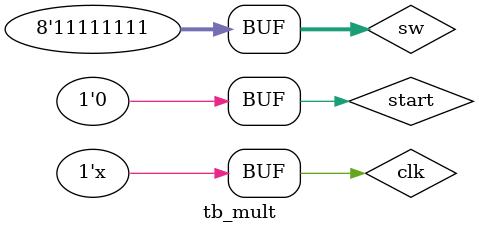
<source format=v>
`timescale 1ns / 1ps


module tb_mult;
reg clk = 0;          //Use clk, no need for a clk div
reg start;        //Center button
reg [7:0] sw;   //Multiplicands - sw[7:4] & sw[3:0]
wire stop;        //Stop signal (LED[15])
wire [7:0] product ;   //Product - LED[7:0]

 mult uut(.clk(clk), .start(start), .sw(sw), .stop(stop), .product(product)); 
 
  always #5 clk = ~clk;
  
  initial begin
start = 0;
//sw[7:0] = 0;
//sw[7:4] = 1;
//sw[3:0] = 1;
//sw[7:4] = 1;
//sw[3:0] = 10;
//sw[7:4] = 2;
//sw[3:0] = 5;
//sw[7:4] = 7;
//sw[3:0] = 9;
//sw[7:4] = 15;
//sw[3:0] = 10;
sw[7:4] = 15;
sw[3:0] = 15;
#10 
start = 1;
#10
start = 0;

end
  
endmodule

</source>
